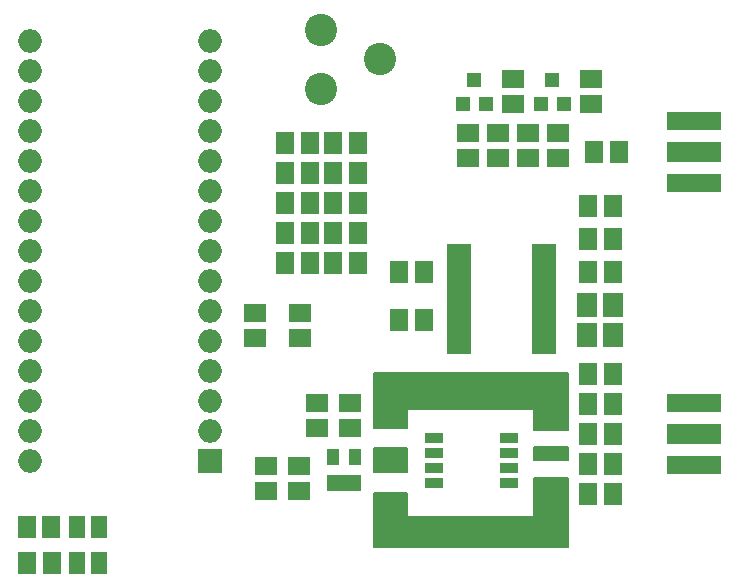
<source format=gbr>
G04 #@! TF.GenerationSoftware,KiCad,Pcbnew,6.0.0-rc1-unknown-0cca1c6~65~ubuntu16.04.1*
G04 #@! TF.CreationDate,2018-08-03T10:42:42+02:00*
G04 #@! TF.ProjectId,ArduinoSpecAn,41726475696E6F53706563416E2E6B69,1.0*
G04 #@! TF.SameCoordinates,Original*
G04 #@! TF.FileFunction,Soldermask,Top*
G04 #@! TF.FilePolarity,Negative*
%FSLAX46Y46*%
G04 Gerber Fmt 4.6, Leading zero omitted, Abs format (unit mm)*
G04 Created by KiCad (PCBNEW 6.0.0-rc1-unknown-0cca1c6~65~ubuntu16.04.1) date Fri Aug  3 10:42:42 2018*
%MOMM*%
%LPD*%
G01*
G04 APERTURE LIST*
%ADD10R,1.900000X1.545000*%
%ADD11R,1.545000X1.900000*%
%ADD12R,4.600000X1.800000*%
%ADD13R,4.600000X1.600000*%
%ADD14R,1.200000X1.300000*%
%ADD15R,1.543000X0.908000*%
%ADD16R,2.150000X0.850000*%
%ADD17R,1.050000X1.460000*%
%ADD18R,1.800000X2.000000*%
%ADD19R,2.000000X2.000000*%
%ADD20O,2.000000X2.000000*%
%ADD21R,1.370000X1.900000*%
%ADD22C,2.740000*%
%ADD23C,0.203200*%
G04 APERTURE END LIST*
D10*
G04 #@! TO.C,C15*
X133731000Y-122708500D03*
X133731000Y-120623500D03*
G04 #@! TD*
D11*
G04 #@! TO.C,C14*
X140689500Y-113538000D03*
X142774500Y-113538000D03*
G04 #@! TD*
D10*
G04 #@! TO.C,C13*
X156972000Y-93191500D03*
X156972000Y-95276500D03*
G04 #@! TD*
D11*
G04 #@! TO.C,C12*
X158776500Y-106680000D03*
X156691500Y-106680000D03*
G04 #@! TD*
G04 #@! TO.C,C11*
X156691500Y-109474000D03*
X158776500Y-109474000D03*
G04 #@! TD*
G04 #@! TO.C,C10*
X137186500Y-101092000D03*
X135101500Y-101092000D03*
G04 #@! TD*
G04 #@! TO.C,C9*
X135101500Y-103632000D03*
X137186500Y-103632000D03*
G04 #@! TD*
G04 #@! TO.C,C8*
X137186500Y-106172000D03*
X135101500Y-106172000D03*
G04 #@! TD*
G04 #@! TO.C,C7*
X135101500Y-108712000D03*
X137186500Y-108712000D03*
G04 #@! TD*
G04 #@! TO.C,C6*
X159284500Y-99314000D03*
X157199500Y-99314000D03*
G04 #@! TD*
G04 #@! TO.C,C5*
X156691500Y-128270000D03*
X158776500Y-128270000D03*
G04 #@! TD*
G04 #@! TO.C,C4*
X156691500Y-123190000D03*
X158776500Y-123190000D03*
G04 #@! TD*
G04 #@! TO.C,C3*
X135101500Y-98552000D03*
X137186500Y-98552000D03*
G04 #@! TD*
D10*
G04 #@! TO.C,C2*
X136525000Y-122708500D03*
X136525000Y-120623500D03*
G04 #@! TD*
D11*
G04 #@! TO.C,C1*
X156691500Y-118110000D03*
X158776500Y-118110000D03*
G04 #@! TD*
G04 #@! TO.C,L2*
X131037500Y-103632000D03*
X133122500Y-103632000D03*
G04 #@! TD*
G04 #@! TO.C,L1*
X133122500Y-106172000D03*
X131037500Y-106172000D03*
G04 #@! TD*
G04 #@! TO.C,L3*
X131037500Y-101092000D03*
X133122500Y-101092000D03*
G04 #@! TD*
G04 #@! TO.C,R13*
X133122500Y-98552000D03*
X131037500Y-98552000D03*
G04 #@! TD*
D10*
G04 #@! TO.C,R11*
X129413000Y-125957500D03*
X129413000Y-128042500D03*
G04 #@! TD*
D11*
G04 #@! TO.C,R10*
X133122500Y-108712000D03*
X131037500Y-108712000D03*
G04 #@! TD*
G04 #@! TO.C,R9*
X140689500Y-109474000D03*
X142774500Y-109474000D03*
G04 #@! TD*
D10*
G04 #@! TO.C,R8*
X154178000Y-97763500D03*
X154178000Y-99848500D03*
G04 #@! TD*
G04 #@! TO.C,R6*
X149098000Y-99848500D03*
X149098000Y-97763500D03*
G04 #@! TD*
G04 #@! TO.C,R5*
X150368000Y-93191500D03*
X150368000Y-95276500D03*
G04 #@! TD*
G04 #@! TO.C,R4*
X146558000Y-99848500D03*
X146558000Y-97763500D03*
G04 #@! TD*
G04 #@! TO.C,R12*
X132207000Y-125957500D03*
X132207000Y-128042500D03*
G04 #@! TD*
G04 #@! TO.C,R14*
X132334000Y-112977000D03*
X132334000Y-115062000D03*
G04 #@! TD*
D11*
G04 #@! TO.C,R2*
X156691500Y-120650000D03*
X158776500Y-120650000D03*
G04 #@! TD*
G04 #@! TO.C,R1*
X158776500Y-103886000D03*
X156691500Y-103886000D03*
G04 #@! TD*
D10*
G04 #@! TO.C,R15*
X128524000Y-115062000D03*
X128524000Y-112977000D03*
G04 #@! TD*
D11*
G04 #@! TO.C,R3*
X158776500Y-125730000D03*
X156691500Y-125730000D03*
G04 #@! TD*
D10*
G04 #@! TO.C,R7*
X151638000Y-97763500D03*
X151638000Y-99848500D03*
G04 #@! TD*
D12*
G04 #@! TO.C,J1*
X165676000Y-123190000D03*
D13*
X165676000Y-125820000D03*
X165676000Y-120560000D03*
G04 #@! TD*
D12*
G04 #@! TO.C,J2*
X165676000Y-99314000D03*
D13*
X165676000Y-101944000D03*
X165676000Y-96684000D03*
G04 #@! TD*
D14*
G04 #@! TO.C,Q1*
X147066000Y-93234000D03*
X148016000Y-95234000D03*
X146116000Y-95234000D03*
G04 #@! TD*
G04 #@! TO.C,Q2*
X153670000Y-93234000D03*
X154620000Y-95234000D03*
X152720000Y-95234000D03*
G04 #@! TD*
D15*
G04 #@! TO.C,U1*
X149987000Y-123571000D03*
X149987000Y-124841000D03*
X149987000Y-126111000D03*
X149987000Y-127381000D03*
X143637000Y-127381000D03*
X143637000Y-126111000D03*
X143637000Y-124841000D03*
X143637000Y-123571000D03*
G04 #@! TD*
D16*
G04 #@! TO.C,U2*
X152952000Y-115985000D03*
X152952000Y-115335000D03*
X152952000Y-114685000D03*
X152952000Y-114035000D03*
X152952000Y-113385000D03*
X152952000Y-112735000D03*
X152952000Y-112085000D03*
X152952000Y-111435000D03*
X152952000Y-110785000D03*
X152952000Y-110135000D03*
X152952000Y-109485000D03*
X152952000Y-108835000D03*
X152952000Y-108185000D03*
X152952000Y-107535000D03*
X145752000Y-107535000D03*
X145752000Y-108185000D03*
X145752000Y-108835000D03*
X145752000Y-109485000D03*
X145752000Y-110135000D03*
X145752000Y-110785000D03*
X145752000Y-111435000D03*
X145752000Y-112085000D03*
X145752000Y-112735000D03*
X145752000Y-113385000D03*
X145752000Y-114035000D03*
X145752000Y-114685000D03*
X145752000Y-115335000D03*
X145752000Y-115985000D03*
G04 #@! TD*
D17*
G04 #@! TO.C,U3*
X135067000Y-127338000D03*
X136017000Y-127338000D03*
X136967000Y-127338000D03*
X136967000Y-125138000D03*
X135067000Y-125138000D03*
G04 #@! TD*
D18*
G04 #@! TO.C,X1*
X158834000Y-114788000D03*
X158834000Y-112288000D03*
X156634000Y-112288000D03*
X156634000Y-114788000D03*
G04 #@! TD*
D19*
G04 #@! TO.C,A1*
X124714000Y-125476000D03*
D20*
X109474000Y-92456000D03*
X124714000Y-122936000D03*
X109474000Y-94996000D03*
X124714000Y-120396000D03*
X109474000Y-97536000D03*
X124714000Y-117856000D03*
X109474000Y-100076000D03*
X124714000Y-115316000D03*
X109474000Y-102616000D03*
X124714000Y-112776000D03*
X109474000Y-105156000D03*
X124714000Y-110236000D03*
X109474000Y-107696000D03*
X124714000Y-107696000D03*
X109474000Y-110236000D03*
X124714000Y-105156000D03*
X109474000Y-112776000D03*
X124714000Y-102616000D03*
X109474000Y-115316000D03*
X124714000Y-100076000D03*
X109474000Y-117856000D03*
X124714000Y-97536000D03*
X109474000Y-120396000D03*
X124714000Y-94996000D03*
X109474000Y-122936000D03*
X124714000Y-92456000D03*
X109474000Y-125476000D03*
X124714000Y-89916000D03*
X109474000Y-89916000D03*
G04 #@! TD*
D21*
G04 #@! TO.C,D1*
X113406000Y-131064000D03*
X115316000Y-131064000D03*
G04 #@! TD*
G04 #@! TO.C,D2*
X115316000Y-134112000D03*
X113406000Y-134112000D03*
G04 #@! TD*
D11*
G04 #@! TO.C,R16*
X109167000Y-131064000D03*
X111252000Y-131064000D03*
G04 #@! TD*
G04 #@! TO.C,R17*
X111278500Y-134112000D03*
X109193500Y-134112000D03*
G04 #@! TD*
D22*
G04 #@! TO.C,Pot1*
X134112000Y-93980000D03*
X139112000Y-91480000D03*
X134112000Y-88980000D03*
G04 #@! TD*
D23*
G36*
X154965400Y-122834400D02*
X152120600Y-122834400D01*
X152120600Y-121158000D01*
X152112866Y-121119119D01*
X152090842Y-121086158D01*
X152057881Y-121064134D01*
X152019000Y-121056400D01*
X141478000Y-121056400D01*
X141439119Y-121064134D01*
X141406158Y-121086158D01*
X141384134Y-121119119D01*
X141376400Y-121158000D01*
X141376400Y-122707400D01*
X138531600Y-122707400D01*
X138531600Y-118084600D01*
X154965400Y-118084600D01*
X154965400Y-122834400D01*
X154965400Y-122834400D01*
G37*
X154965400Y-122834400D02*
X152120600Y-122834400D01*
X152120600Y-121158000D01*
X152112866Y-121119119D01*
X152090842Y-121086158D01*
X152057881Y-121064134D01*
X152019000Y-121056400D01*
X141478000Y-121056400D01*
X141439119Y-121064134D01*
X141406158Y-121086158D01*
X141384134Y-121119119D01*
X141376400Y-121158000D01*
X141376400Y-122707400D01*
X138531600Y-122707400D01*
X138531600Y-118084600D01*
X154965400Y-118084600D01*
X154965400Y-122834400D01*
G36*
X141376400Y-126390400D02*
X138531600Y-126390400D01*
X138531600Y-124434600D01*
X141376400Y-124434600D01*
X141376400Y-126390400D01*
X141376400Y-126390400D01*
G37*
X141376400Y-126390400D02*
X138531600Y-126390400D01*
X138531600Y-124434600D01*
X141376400Y-124434600D01*
X141376400Y-126390400D01*
G36*
X154965400Y-132740400D02*
X138531600Y-132740400D01*
X138531600Y-128244600D01*
X141376400Y-128244600D01*
X141376400Y-130175000D01*
X141384134Y-130213881D01*
X141406158Y-130246842D01*
X141439119Y-130268866D01*
X141478000Y-130276600D01*
X152019000Y-130276600D01*
X152057881Y-130268866D01*
X152090842Y-130246842D01*
X152112866Y-130213881D01*
X152120600Y-130175000D01*
X152120600Y-126974600D01*
X154965400Y-126974600D01*
X154965400Y-132740400D01*
X154965400Y-132740400D01*
G37*
X154965400Y-132740400D02*
X138531600Y-132740400D01*
X138531600Y-128244600D01*
X141376400Y-128244600D01*
X141376400Y-130175000D01*
X141384134Y-130213881D01*
X141406158Y-130246842D01*
X141439119Y-130268866D01*
X141478000Y-130276600D01*
X152019000Y-130276600D01*
X152057881Y-130268866D01*
X152090842Y-130246842D01*
X152112866Y-130213881D01*
X152120600Y-130175000D01*
X152120600Y-126974600D01*
X154965400Y-126974600D01*
X154965400Y-132740400D01*
G36*
X154965400Y-125374400D02*
X152120600Y-125374400D01*
X152120600Y-124307600D01*
X154965400Y-124307600D01*
X154965400Y-125374400D01*
X154965400Y-125374400D01*
G37*
X154965400Y-125374400D02*
X152120600Y-125374400D01*
X152120600Y-124307600D01*
X154965400Y-124307600D01*
X154965400Y-125374400D01*
M02*

</source>
